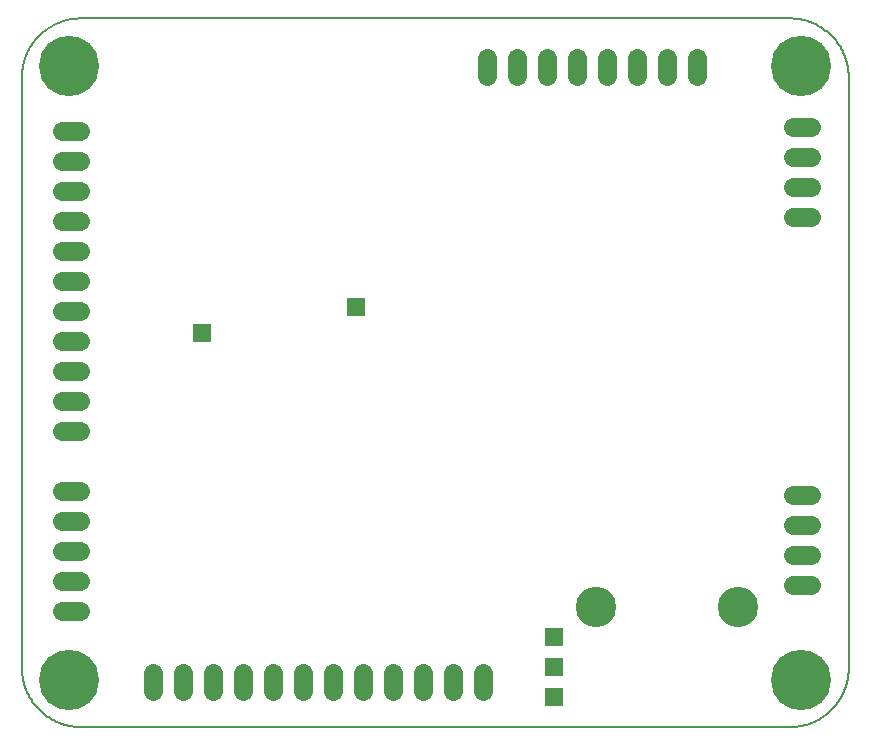
<source format=gbs>
G75*
%MOIN*%
%OFA0B0*%
%FSLAX25Y25*%
%IPPOS*%
%LPD*%
%AMOC8*
5,1,8,0,0,1.08239X$1,22.5*
%
%ADD10C,0.00000*%
%ADD11C,0.00787*%
%ADD12C,0.06337*%
%ADD13C,0.13455*%
%ADD14C,0.20085*%
%ADD15R,0.06306X0.06306*%
D10*
X0032280Y0021138D02*
X0032286Y0020662D01*
X0032303Y0020187D01*
X0032332Y0019712D01*
X0032372Y0019238D01*
X0032424Y0018765D01*
X0032487Y0018294D01*
X0032561Y0017824D01*
X0032647Y0017356D01*
X0032744Y0016890D01*
X0032852Y0016427D01*
X0032971Y0015967D01*
X0033102Y0015509D01*
X0033243Y0015055D01*
X0033396Y0014604D01*
X0033559Y0014158D01*
X0033733Y0013715D01*
X0033918Y0013277D01*
X0034113Y0012843D01*
X0034319Y0012414D01*
X0034535Y0011990D01*
X0034761Y0011571D01*
X0034997Y0011158D01*
X0035243Y0010751D01*
X0035499Y0010350D01*
X0035765Y0009956D01*
X0036040Y0009567D01*
X0036324Y0009186D01*
X0036617Y0008812D01*
X0036919Y0008444D01*
X0037231Y0008084D01*
X0037550Y0007732D01*
X0037878Y0007388D01*
X0038215Y0007051D01*
X0038559Y0006723D01*
X0038911Y0006404D01*
X0039271Y0006092D01*
X0039639Y0005790D01*
X0040013Y0005497D01*
X0040394Y0005213D01*
X0040783Y0004938D01*
X0041177Y0004672D01*
X0041578Y0004416D01*
X0041985Y0004170D01*
X0042398Y0003934D01*
X0042817Y0003708D01*
X0043241Y0003492D01*
X0043670Y0003286D01*
X0044104Y0003091D01*
X0044542Y0002906D01*
X0044985Y0002732D01*
X0045431Y0002569D01*
X0045882Y0002416D01*
X0046336Y0002275D01*
X0046794Y0002144D01*
X0047254Y0002025D01*
X0047717Y0001917D01*
X0048183Y0001820D01*
X0048651Y0001734D01*
X0049121Y0001660D01*
X0049592Y0001597D01*
X0050065Y0001545D01*
X0050539Y0001505D01*
X0051014Y0001476D01*
X0051489Y0001459D01*
X0051965Y0001453D01*
X0288186Y0001453D02*
X0288662Y0001459D01*
X0289137Y0001476D01*
X0289612Y0001505D01*
X0290086Y0001545D01*
X0290559Y0001597D01*
X0291030Y0001660D01*
X0291500Y0001734D01*
X0291968Y0001820D01*
X0292434Y0001917D01*
X0292897Y0002025D01*
X0293357Y0002144D01*
X0293815Y0002275D01*
X0294269Y0002416D01*
X0294720Y0002569D01*
X0295166Y0002732D01*
X0295609Y0002906D01*
X0296047Y0003091D01*
X0296481Y0003286D01*
X0296910Y0003492D01*
X0297334Y0003708D01*
X0297753Y0003934D01*
X0298166Y0004170D01*
X0298573Y0004416D01*
X0298974Y0004672D01*
X0299368Y0004938D01*
X0299757Y0005213D01*
X0300138Y0005497D01*
X0300512Y0005790D01*
X0300880Y0006092D01*
X0301240Y0006404D01*
X0301592Y0006723D01*
X0301936Y0007051D01*
X0302273Y0007388D01*
X0302601Y0007732D01*
X0302920Y0008084D01*
X0303232Y0008444D01*
X0303534Y0008812D01*
X0303827Y0009186D01*
X0304111Y0009567D01*
X0304386Y0009956D01*
X0304652Y0010350D01*
X0304908Y0010751D01*
X0305154Y0011158D01*
X0305390Y0011571D01*
X0305616Y0011990D01*
X0305832Y0012414D01*
X0306038Y0012843D01*
X0306233Y0013277D01*
X0306418Y0013715D01*
X0306592Y0014158D01*
X0306755Y0014604D01*
X0306908Y0015055D01*
X0307049Y0015509D01*
X0307180Y0015967D01*
X0307299Y0016427D01*
X0307407Y0016890D01*
X0307504Y0017356D01*
X0307590Y0017824D01*
X0307664Y0018294D01*
X0307727Y0018765D01*
X0307779Y0019238D01*
X0307819Y0019712D01*
X0307848Y0020187D01*
X0307865Y0020662D01*
X0307871Y0021138D01*
X0307871Y0217988D02*
X0307865Y0218464D01*
X0307848Y0218939D01*
X0307819Y0219414D01*
X0307779Y0219888D01*
X0307727Y0220361D01*
X0307664Y0220832D01*
X0307590Y0221302D01*
X0307504Y0221770D01*
X0307407Y0222236D01*
X0307299Y0222699D01*
X0307180Y0223159D01*
X0307049Y0223617D01*
X0306908Y0224071D01*
X0306755Y0224522D01*
X0306592Y0224968D01*
X0306418Y0225411D01*
X0306233Y0225849D01*
X0306038Y0226283D01*
X0305832Y0226712D01*
X0305616Y0227136D01*
X0305390Y0227555D01*
X0305154Y0227968D01*
X0304908Y0228375D01*
X0304652Y0228776D01*
X0304386Y0229170D01*
X0304111Y0229559D01*
X0303827Y0229940D01*
X0303534Y0230314D01*
X0303232Y0230682D01*
X0302920Y0231042D01*
X0302601Y0231394D01*
X0302273Y0231738D01*
X0301936Y0232075D01*
X0301592Y0232403D01*
X0301240Y0232722D01*
X0300880Y0233034D01*
X0300512Y0233336D01*
X0300138Y0233629D01*
X0299757Y0233913D01*
X0299368Y0234188D01*
X0298974Y0234454D01*
X0298573Y0234710D01*
X0298166Y0234956D01*
X0297753Y0235192D01*
X0297334Y0235418D01*
X0296910Y0235634D01*
X0296481Y0235840D01*
X0296047Y0236035D01*
X0295609Y0236220D01*
X0295166Y0236394D01*
X0294720Y0236557D01*
X0294269Y0236710D01*
X0293815Y0236851D01*
X0293357Y0236982D01*
X0292897Y0237101D01*
X0292434Y0237209D01*
X0291968Y0237306D01*
X0291500Y0237392D01*
X0291030Y0237466D01*
X0290559Y0237529D01*
X0290086Y0237581D01*
X0289612Y0237621D01*
X0289137Y0237650D01*
X0288662Y0237667D01*
X0288186Y0237673D01*
D11*
X0032280Y0217988D02*
X0032280Y0021138D01*
X0032286Y0020662D01*
X0032303Y0020187D01*
X0032332Y0019712D01*
X0032372Y0019238D01*
X0032424Y0018765D01*
X0032487Y0018294D01*
X0032561Y0017824D01*
X0032647Y0017356D01*
X0032744Y0016890D01*
X0032852Y0016427D01*
X0032971Y0015967D01*
X0033102Y0015509D01*
X0033243Y0015055D01*
X0033396Y0014604D01*
X0033559Y0014158D01*
X0033733Y0013715D01*
X0033918Y0013277D01*
X0034113Y0012843D01*
X0034319Y0012414D01*
X0034535Y0011990D01*
X0034761Y0011571D01*
X0034997Y0011158D01*
X0035243Y0010751D01*
X0035499Y0010350D01*
X0035765Y0009956D01*
X0036040Y0009567D01*
X0036324Y0009186D01*
X0036617Y0008812D01*
X0036919Y0008444D01*
X0037231Y0008084D01*
X0037550Y0007732D01*
X0037878Y0007388D01*
X0038215Y0007051D01*
X0038559Y0006723D01*
X0038911Y0006404D01*
X0039271Y0006092D01*
X0039639Y0005790D01*
X0040013Y0005497D01*
X0040394Y0005213D01*
X0040783Y0004938D01*
X0041177Y0004672D01*
X0041578Y0004416D01*
X0041985Y0004170D01*
X0042398Y0003934D01*
X0042817Y0003708D01*
X0043241Y0003492D01*
X0043670Y0003286D01*
X0044104Y0003091D01*
X0044542Y0002906D01*
X0044985Y0002732D01*
X0045431Y0002569D01*
X0045882Y0002416D01*
X0046336Y0002275D01*
X0046794Y0002144D01*
X0047254Y0002025D01*
X0047717Y0001917D01*
X0048183Y0001820D01*
X0048651Y0001734D01*
X0049121Y0001660D01*
X0049592Y0001597D01*
X0050065Y0001545D01*
X0050539Y0001505D01*
X0051014Y0001476D01*
X0051489Y0001459D01*
X0051965Y0001453D01*
X0288186Y0001453D01*
X0288662Y0001459D01*
X0289137Y0001476D01*
X0289612Y0001505D01*
X0290086Y0001545D01*
X0290559Y0001597D01*
X0291030Y0001660D01*
X0291500Y0001734D01*
X0291968Y0001820D01*
X0292434Y0001917D01*
X0292897Y0002025D01*
X0293357Y0002144D01*
X0293815Y0002275D01*
X0294269Y0002416D01*
X0294720Y0002569D01*
X0295166Y0002732D01*
X0295609Y0002906D01*
X0296047Y0003091D01*
X0296481Y0003286D01*
X0296910Y0003492D01*
X0297334Y0003708D01*
X0297753Y0003934D01*
X0298166Y0004170D01*
X0298573Y0004416D01*
X0298974Y0004672D01*
X0299368Y0004938D01*
X0299757Y0005213D01*
X0300138Y0005497D01*
X0300512Y0005790D01*
X0300880Y0006092D01*
X0301240Y0006404D01*
X0301592Y0006723D01*
X0301936Y0007051D01*
X0302273Y0007388D01*
X0302601Y0007732D01*
X0302920Y0008084D01*
X0303232Y0008444D01*
X0303534Y0008812D01*
X0303827Y0009186D01*
X0304111Y0009567D01*
X0304386Y0009956D01*
X0304652Y0010350D01*
X0304908Y0010751D01*
X0305154Y0011158D01*
X0305390Y0011571D01*
X0305616Y0011990D01*
X0305832Y0012414D01*
X0306038Y0012843D01*
X0306233Y0013277D01*
X0306418Y0013715D01*
X0306592Y0014158D01*
X0306755Y0014604D01*
X0306908Y0015055D01*
X0307049Y0015509D01*
X0307180Y0015967D01*
X0307299Y0016427D01*
X0307407Y0016890D01*
X0307504Y0017356D01*
X0307590Y0017824D01*
X0307664Y0018294D01*
X0307727Y0018765D01*
X0307779Y0019238D01*
X0307819Y0019712D01*
X0307848Y0020187D01*
X0307865Y0020662D01*
X0307871Y0021138D01*
X0307871Y0217988D01*
X0307865Y0218464D01*
X0307848Y0218939D01*
X0307819Y0219414D01*
X0307779Y0219888D01*
X0307727Y0220361D01*
X0307664Y0220832D01*
X0307590Y0221302D01*
X0307504Y0221770D01*
X0307407Y0222236D01*
X0307299Y0222699D01*
X0307180Y0223159D01*
X0307049Y0223617D01*
X0306908Y0224071D01*
X0306755Y0224522D01*
X0306592Y0224968D01*
X0306418Y0225411D01*
X0306233Y0225849D01*
X0306038Y0226283D01*
X0305832Y0226712D01*
X0305616Y0227136D01*
X0305390Y0227555D01*
X0305154Y0227968D01*
X0304908Y0228375D01*
X0304652Y0228776D01*
X0304386Y0229170D01*
X0304111Y0229559D01*
X0303827Y0229940D01*
X0303534Y0230314D01*
X0303232Y0230682D01*
X0302920Y0231042D01*
X0302601Y0231394D01*
X0302273Y0231738D01*
X0301936Y0232075D01*
X0301592Y0232403D01*
X0301240Y0232722D01*
X0300880Y0233034D01*
X0300512Y0233336D01*
X0300138Y0233629D01*
X0299757Y0233913D01*
X0299368Y0234188D01*
X0298974Y0234454D01*
X0298573Y0234710D01*
X0298166Y0234956D01*
X0297753Y0235192D01*
X0297334Y0235418D01*
X0296910Y0235634D01*
X0296481Y0235840D01*
X0296047Y0236035D01*
X0295609Y0236220D01*
X0295166Y0236394D01*
X0294720Y0236557D01*
X0294269Y0236710D01*
X0293815Y0236851D01*
X0293357Y0236982D01*
X0292897Y0237101D01*
X0292434Y0237209D01*
X0291968Y0237306D01*
X0291500Y0237392D01*
X0291030Y0237466D01*
X0290559Y0237529D01*
X0290086Y0237581D01*
X0289612Y0237621D01*
X0289137Y0237650D01*
X0288662Y0237667D01*
X0288186Y0237673D01*
X0051965Y0237673D01*
X0051489Y0237667D01*
X0051014Y0237650D01*
X0050539Y0237621D01*
X0050065Y0237581D01*
X0049592Y0237529D01*
X0049121Y0237466D01*
X0048651Y0237392D01*
X0048183Y0237306D01*
X0047717Y0237209D01*
X0047254Y0237101D01*
X0046794Y0236982D01*
X0046336Y0236851D01*
X0045882Y0236710D01*
X0045431Y0236557D01*
X0044985Y0236394D01*
X0044542Y0236220D01*
X0044104Y0236035D01*
X0043670Y0235840D01*
X0043241Y0235634D01*
X0042817Y0235418D01*
X0042398Y0235192D01*
X0041985Y0234956D01*
X0041578Y0234710D01*
X0041177Y0234454D01*
X0040783Y0234188D01*
X0040394Y0233913D01*
X0040013Y0233629D01*
X0039639Y0233336D01*
X0039271Y0233034D01*
X0038911Y0232722D01*
X0038559Y0232403D01*
X0038215Y0232075D01*
X0037878Y0231738D01*
X0037550Y0231394D01*
X0037231Y0231042D01*
X0036919Y0230682D01*
X0036617Y0230314D01*
X0036324Y0229940D01*
X0036040Y0229559D01*
X0035765Y0229170D01*
X0035499Y0228776D01*
X0035243Y0228375D01*
X0034997Y0227968D01*
X0034761Y0227555D01*
X0034535Y0227136D01*
X0034319Y0226712D01*
X0034113Y0226283D01*
X0033918Y0225849D01*
X0033733Y0225411D01*
X0033559Y0224968D01*
X0033396Y0224522D01*
X0033243Y0224071D01*
X0033102Y0223617D01*
X0032971Y0223159D01*
X0032852Y0222699D01*
X0032744Y0222236D01*
X0032647Y0221770D01*
X0032561Y0221302D01*
X0032487Y0220832D01*
X0032424Y0220361D01*
X0032372Y0219888D01*
X0032332Y0219414D01*
X0032303Y0218939D01*
X0032286Y0218464D01*
X0032280Y0217988D01*
D12*
X0045562Y0200203D02*
X0051499Y0200203D01*
X0051499Y0190203D02*
X0045562Y0190203D01*
X0045562Y0180203D02*
X0051499Y0180203D01*
X0051499Y0170203D02*
X0045562Y0170203D01*
X0045562Y0160203D02*
X0051499Y0160203D01*
X0051499Y0150203D02*
X0045562Y0150203D01*
X0045562Y0140203D02*
X0051499Y0140203D01*
X0051499Y0130203D02*
X0045562Y0130203D01*
X0045562Y0120203D02*
X0051499Y0120203D01*
X0051499Y0110203D02*
X0045562Y0110203D01*
X0045562Y0100203D02*
X0051499Y0100203D01*
X0051499Y0080203D02*
X0045562Y0080203D01*
X0045562Y0070203D02*
X0051499Y0070203D01*
X0051499Y0060203D02*
X0045562Y0060203D01*
X0045562Y0050203D02*
X0051499Y0050203D01*
X0051499Y0040203D02*
X0045562Y0040203D01*
X0076030Y0019421D02*
X0076030Y0013484D01*
X0086030Y0013484D02*
X0086030Y0019421D01*
X0096030Y0019421D02*
X0096030Y0013484D01*
X0106030Y0013484D02*
X0106030Y0019421D01*
X0116030Y0019421D02*
X0116030Y0013484D01*
X0126030Y0013484D02*
X0126030Y0019421D01*
X0136030Y0019421D02*
X0136030Y0013484D01*
X0146030Y0013484D02*
X0146030Y0019421D01*
X0156030Y0019421D02*
X0156030Y0013484D01*
X0166030Y0013484D02*
X0166030Y0019421D01*
X0176030Y0019421D02*
X0176030Y0013484D01*
X0186030Y0013484D02*
X0186030Y0019421D01*
X0289312Y0048953D02*
X0295249Y0048953D01*
X0295249Y0058953D02*
X0289312Y0058953D01*
X0289312Y0068953D02*
X0295249Y0068953D01*
X0295249Y0078953D02*
X0289312Y0078953D01*
X0289312Y0171453D02*
X0295249Y0171453D01*
X0295249Y0181453D02*
X0289312Y0181453D01*
X0289312Y0191453D02*
X0295249Y0191453D01*
X0295249Y0201453D02*
X0289312Y0201453D01*
X0257280Y0218484D02*
X0257280Y0224421D01*
X0247280Y0224421D02*
X0247280Y0218484D01*
X0237280Y0218484D02*
X0237280Y0224421D01*
X0227280Y0224421D02*
X0227280Y0218484D01*
X0217280Y0218484D02*
X0217280Y0224421D01*
X0207280Y0224421D02*
X0207280Y0218484D01*
X0197280Y0218484D02*
X0197280Y0224421D01*
X0187280Y0224421D02*
X0187280Y0218484D01*
D13*
X0223579Y0041453D03*
X0270981Y0041453D03*
D14*
X0292123Y0017201D03*
X0292123Y0221925D03*
X0048028Y0221925D03*
X0048028Y0017201D03*
D15*
X0092280Y0132703D03*
X0143530Y0141453D03*
X0209780Y0031453D03*
X0209780Y0021453D03*
X0209780Y0011453D03*
M02*

</source>
